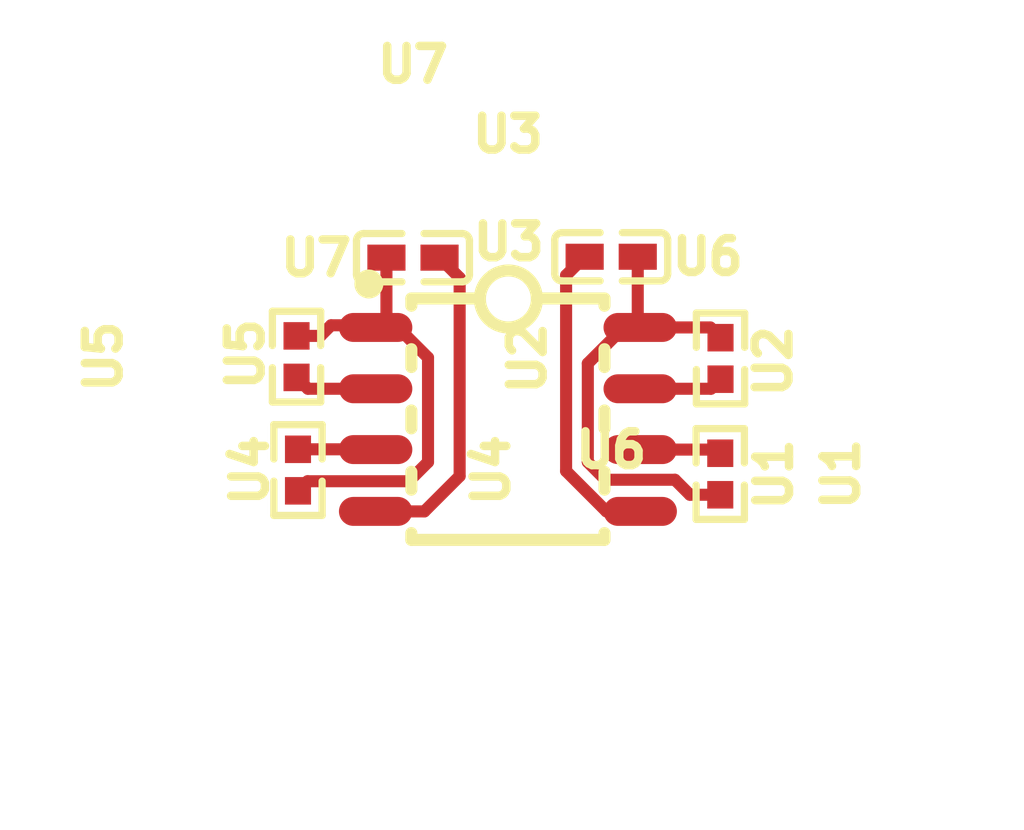
<source format=kicad_pcb>
(kicad_pcb (version 20240108) (generator "pcbnew") (generator_version "8.0")
  (layers (0 "F.Cu" signal) (31 "B.Cu" signal) (34 "B.Paste" user) (35 "F.Paste" user) (36 "B.SilkS" user "B.Silkscreen") (37 "F.SilkS" user "F.Silkscreen") (38 "B.Mask" user) (39 "F.Mask" user) (44 "Edge.Cuts" user))
  (net 0 "")
  (net 1 "line-3")
  (net 2 "line-1")
  (net 3 "hv")
  (net 4 "line")
  (net 5 "line-2")
  (net 6 "gnd")
  (net 7 "hv-1")
  (net 8 "gnd-1")
  (footprint "atopile:R0402-56259e" (layer "F.Cu") (at 153.903296 99.241883 90)
    (property "Reference" "U2" (at -0.05995 1.091531 -90) (layer "F.SilkS") (hide no) (effects (font (size 0.7 0.7) (thickness 0.2))))
    (property "Value" "10kΩ ±1% 62.5mW")
    (fp_line (start 0.94 -0.5) (end 0.23 -0.5) (stroke (width 0.15)) (layer "F.SilkS"))
    (fp_line (start -0.94 -0.5) (end -0.23 -0.5) (stroke (width 0.15)) (layer "F.SilkS"))
    (fp_line (start 0.94 0.5) (end 0.94 -0.5) (stroke (width 0.15)) (layer "F.SilkS"))
    (fp_line (start 0.23 0.5) (end 0.94 0.5) (stroke (width 0.15)) (layer "F.SilkS"))
    (fp_line (start -0.23 0.5) (end -0.94 0.5) (stroke (width 0.15)) (layer "F.SilkS"))
    (fp_line (start -0.94 0.5) (end -0.94 -0.5) (stroke (width 0.15)) (layer "F.SilkS"))
    (fp_text user "${REFERENCE}" (at 0 -4 90) (layer "F.SilkS") (effects (font (size 0.7 0.7) (thickness 0.2))))
    (pad "1" smd rect (at -0.43 0 90) (size 0.57 0.54) (layers "F.Cu" "F.Paste" "F.Mask") (net 1 "line-3"))
    (pad "2" smd rect (at 0.43 0 90) (size 0.57 0.54) (layers "F.Cu" "F.Paste" "F.Mask") (net 3 "hv"))
  )
  (footprint "lib:SOIC-8_L4.9-W3.9-P1.27-LS6.0-TL" (layer "F.Cu") (at 149.5 100.5 0)
    (property "Reference" "U3" (at 0.016417 -3.670307 0) (layer "F.SilkS") (hide no) (effects (font (size 0.7 0.7) (thickness 0.2))))
    (property "Value" "")
    (fp_line (start -2 -2.5) (end -2 -2.35) (stroke (width 0.25)) (layer "F.SilkS"))
    (fp_line (start -2 -1.45) (end -2 -1.08) (stroke (width 0.25)) (layer "F.SilkS"))
    (fp_line (start -2 -0.18) (end -2 0.19) (stroke (width 0.25)) (layer "F.SilkS"))
    (fp_line (start -2 1.09) (end -2 1.46) (stroke (width 0.25)) (layer "F.SilkS"))
    (fp_line (start -2 2.36) (end -2 2.5) (stroke (width 0.25)) (layer "F.SilkS"))
    (fp_line (start -0.58 -2.5) (end -2 -2.5) (stroke (width 0.25)) (layer "F.SilkS"))
    (fp_line (start 2 -2.5) (end 0.6 -2.5) (stroke (width 0.25)) (layer "F.SilkS"))
    (fp_line (start 2 -2.5) (end 2 -2.35) (stroke (width 0.25)) (layer "F.SilkS"))
    (fp_line (start 2 -1.45) (end 2 -1.08) (stroke (width 0.25)) (layer "F.SilkS"))
    (fp_line (start 2 -0.18) (end 2 0.19) (stroke (width 0.25)) (layer "F.SilkS"))
    (fp_line (start 2 1.09) (end 2 1.46) (stroke (width 0.25)) (layer "F.SilkS"))
    (fp_line (start 2 2.36) (end 2 2.5) (stroke (width 0.25)) (layer "F.SilkS"))
    (fp_line (start 2 2.5) (end -2 2.5) (stroke (width 0.25)) (layer "F.SilkS"))
    (fp_arc (start -0.57991 -2.500297) (mid 0.599977 -2.484851) (end -0.58 -2.49) (stroke (width 0.25)) (layer "F.SilkS"))
    (fp_circle (center -2.88 -2.8) (end -2.73 -2.8) (stroke (width 0.3)) (fill none) (layer "F.SilkS"))
    (fp_text user "${REFERENCE}" (at 0 -5.9 0) (layer "F.SilkS") (effects (font (size 0.7 0.7) (thickness 0.2))))
    (pad "1" smd oval (at -2.74 -1.9 90) (size 0.6 1.52) (layers "F.Cu" "F.Paste" "F.Mask") (net 7 "hv-1"))
    (pad "2" smd oval (at -2.74 -0.63 90) (size 0.6 1.52) (layers "F.Cu" "F.Paste" "F.Mask") (net 4 "line"))
    (pad "3" smd oval (at -2.74 0.63 90) (size 0.6 1.52) (layers "F.Cu" "F.Paste" "F.Mask") (net 2 "line-1"))
    (pad "4" smd oval (at -2.74 1.91 90) (size 0.6 1.52) (layers "F.Cu" "F.Paste" "F.Mask") (net 6 "gnd"))
    (pad "5" smd oval (at 2.74 1.91 90) (size 0.6 1.52) (layers "F.Cu" "F.Paste" "F.Mask") (net 8 "gnd-1"))
    (pad "6" smd oval (at 2.74 0.63 90) (size 0.6 1.52) (layers "F.Cu" "F.Paste" "F.Mask") (net 5 "line-2"))
    (pad "7" smd oval (at 2.74 -0.63 90) (size 0.6 1.52) (layers "F.Cu" "F.Paste" "F.Mask") (net 1 "line-3"))
    (pad "8" smd oval (at 2.74 -1.9 90) (size 0.6 1.52) (layers "F.Cu" "F.Paste" "F.Mask") (net 3 "hv"))
  )
  (footprint "atopile:C0402-b3ef17" (layer "F.Cu") (at 151.638976 97.135977 180)
    (property "Reference" "U6" (at -2 0 360) (layer "F.SilkS") (hide no) (effects (font (size 0.7 0.7) (thickness 0.2))))
    (property "Value" "100nF ±10% 16V X7R")
    (fp_line (start 1.17 0.35) (end 1.17 -0.35) (stroke (width 0.15)) (layer "F.SilkS"))
    (fp_line (start 1.02 -0.5) (end 0.23 -0.5) (stroke (width 0.15)) (layer "F.SilkS"))
    (fp_line (start 0.23 0.5) (end 1.02 0.5) (stroke (width 0.15)) (layer "F.SilkS"))
    (fp_line (start -0.23 0.5) (end -1.02 0.5) (stroke (width 0.15)) (layer "F.SilkS"))
    (fp_line (start -1.02 -0.5) (end -0.23 -0.5) (stroke (width 0.15)) (layer "F.SilkS"))
    (fp_line (start -1.17 0.35) (end -1.17 -0.35) (stroke (width 0.15)) (layer "F.SilkS"))
    (fp_arc (start 1.17 0.35) (mid 1.126066 0.456066) (end 1.02 0.5) (stroke (width 0.15)) (layer "F.SilkS"))
    (fp_arc (start 1.02 -0.5) (mid 1.126066 -0.456066) (end 1.17 -0.35) (stroke (width 0.15)) (layer "F.SilkS"))
    (fp_arc (start -1.02 0.5) (mid -1.126066 0.456066) (end -1.17 0.35) (stroke (width 0.15)) (layer "F.SilkS"))
    (fp_arc (start -1.17 -0.35) (mid -1.126066 -0.456066) (end -1.02 -0.5) (stroke (width 0.15)) (layer "F.SilkS"))
    (fp_text user "${REFERENCE}" (at 0 -4 360) (layer "F.SilkS") (effects (font (size 0.7 0.7) (thickness 0.2))))
    (pad "1" smd rect (at -0.55 0 180) (size 0.79 0.54) (layers "F.Cu" "F.Paste" "F.Mask") (net 3 "hv"))
    (pad "2" smd rect (at 0.55 0 180) (size 0.79 0.54) (layers "F.Cu" "F.Paste" "F.Mask") (net 8 "gnd-1"))
  )
  (footprint "atopile:C0402-b3ef17" (layer "F.Cu") (at 147.533448 97.154773 0)
    (property "Reference" "U7" (at -2.005192 0.008045 0) (layer "F.SilkS") (hide no) (effects (font (size 0.7 0.7) (thickness 0.2))))
    (property "Value" "100nF ±10% 16V X7R")
    (fp_line (start -1.17 0.35) (end -1.17 -0.35) (stroke (width 0.15)) (layer "F.SilkS"))
    (fp_line (start -1.02 -0.5) (end -0.23 -0.5) (stroke (width 0.15)) (layer "F.SilkS"))
    (fp_line (start -0.23 0.5) (end -1.02 0.5) (stroke (width 0.15)) (layer "F.SilkS"))
    (fp_line (start 0.23 0.5) (end 1.02 0.5) (stroke (width 0.15)) (layer "F.SilkS"))
    (fp_line (start 1.02 -0.5) (end 0.23 -0.5) (stroke (width 0.15)) (layer "F.SilkS"))
    (fp_line (start 1.17 0.35) (end 1.17 -0.35) (stroke (width 0.15)) (layer "F.SilkS"))
    (fp_arc (start -1.17 -0.35) (mid -1.126066 -0.456066) (end -1.02 -0.5) (stroke (width 0.15)) (layer "F.SilkS"))
    (fp_arc (start -1.02 0.5) (mid -1.126066 0.456066) (end -1.17 0.35) (stroke (width 0.15)) (layer "F.SilkS"))
    (fp_arc (start 1.02 -0.5) (mid 1.126066 -0.456066) (end 1.17 -0.35) (stroke (width 0.15)) (layer "F.SilkS"))
    (fp_arc (start 1.17 0.35) (mid 1.126066 0.456066) (end 1.02 0.5) (stroke (width 0.15)) (layer "F.SilkS"))
    (fp_text user "${REFERENCE}" (at 0 -4 0) (layer "F.SilkS") (effects (font (size 0.7 0.7) (thickness 0.2))))
    (pad "1" smd rect (at -0.55 0 0) (size 0.79 0.54) (layers "F.Cu" "F.Paste" "F.Mask") (net 7 "hv-1"))
    (pad "2" smd rect (at 0.55 0 0) (size 0.79 0.54) (layers "F.Cu" "F.Paste" "F.Mask") (net 6 "gnd"))
  )
  (footprint "atopile:R0402-56259e" (layer "F.Cu") (at 153.897862 101.635615 -90)
    (property "Reference" "U1" (at 0.00854 -1.109047 -90) (layer "F.SilkS") (hide no) (effects (font (size 0.7 0.7) (thickness 0.2))))
    (property "Value" "10kΩ ±1% 62.5mW")
    (fp_line (start -0.94 0.5) (end -0.94 -0.5) (stroke (width 0.15)) (layer "F.SilkS"))
    (fp_line (start -0.23 0.5) (end -0.94 0.5) (stroke (width 0.15)) (layer "F.SilkS"))
    (fp_line (start 0.23 0.5) (end 0.94 0.5) (stroke (width 0.15)) (layer "F.SilkS"))
    (fp_line (start 0.94 0.5) (end 0.94 -0.5) (stroke (width 0.15)) (layer "F.SilkS"))
    (fp_line (start -0.94 -0.5) (end -0.23 -0.5) (stroke (width 0.15)) (layer "F.SilkS"))
    (fp_line (start 0.94 -0.5) (end 0.23 -0.5) (stroke (width 0.15)) (layer "F.SilkS"))
    (fp_text user "${REFERENCE}" (at 0 -2.5 90) (layer "F.SilkS") (effects (font (size 0.7 0.7) (thickness 0.2))))
    (pad "1" smd rect (at -0.43 0 270) (size 0.57 0.54) (layers "F.Cu" "F.Paste" "F.Mask") (net 5 "line-2"))
    (pad "2" smd rect (at 0.43 0 270) (size 0.57 0.54) (layers "F.Cu" "F.Paste" "F.Mask") (net 3 "hv"))
  )
  (footprint "atopile:R0402-56259e" (layer "F.Cu") (at 145.121806 99.204894 90)
    (property "Reference" "U5" (at 0.051246 -1.059311 90) (layer "F.SilkS") (hide no) (effects (font (size 0.7 0.7) (thickness 0.2))))
    (property "Value" "10kΩ ±1% 62.5mW")
    (fp_line (start 0.94 -0.5) (end 0.23 -0.5) (stroke (width 0.15)) (layer "F.SilkS"))
    (fp_line (start -0.94 -0.5) (end -0.23 -0.5) (stroke (width 0.15)) (layer "F.SilkS"))
    (fp_line (start 0.94 0.5) (end 0.94 -0.5) (stroke (width 0.15)) (layer "F.SilkS"))
    (fp_line (start 0.23 0.5) (end 0.94 0.5) (stroke (width 0.15)) (layer "F.SilkS"))
    (fp_line (start -0.23 0.5) (end -0.94 0.5) (stroke (width 0.15)) (layer "F.SilkS"))
    (fp_line (start -0.94 0.5) (end -0.94 -0.5) (stroke (width 0.15)) (layer "F.SilkS"))
    (fp_text user "${REFERENCE}" (at 0 -4 90) (layer "F.SilkS") (effects (font (size 0.7 0.7) (thickness 0.2))))
    (pad "1" smd rect (at -0.43 0 90) (size 0.57 0.54) (layers "F.Cu" "F.Paste" "F.Mask") (net 4 "line"))
    (pad "2" smd rect (at 0.43 0 90) (size 0.57 0.54) (layers "F.Cu" "F.Paste" "F.Mask") (net 7 "hv-1"))
  )
  (footprint "atopile:R0402-56259e" (layer "F.Cu") (at 145.151891 101.553953 -90)
    (property "Reference" "U4" (at 0 1 90) (layer "F.SilkS") (hide no) (effects (font (size 0.7 0.7) (thickness 0.2))))
    (property "Value" "10kΩ ±1% 62.5mW")
    (fp_line (start -0.94 0.5) (end -0.94 -0.5) (stroke (width 0.15)) (layer "F.SilkS"))
    (fp_line (start -0.23 0.5) (end -0.94 0.5) (stroke (width 0.15)) (layer "F.SilkS"))
    (fp_line (start 0.23 0.5) (end 0.94 0.5) (stroke (width 0.15)) (layer "F.SilkS"))
    (fp_line (start 0.94 0.5) (end 0.94 -0.5) (stroke (width 0.15)) (layer "F.SilkS"))
    (fp_line (start -0.94 -0.5) (end -0.23 -0.5) (stroke (width 0.15)) (layer "F.SilkS"))
    (fp_line (start 0.94 -0.5) (end 0.23 -0.5) (stroke (width 0.15)) (layer "F.SilkS"))
    (fp_text user "${REFERENCE}" (at 0 -4 90) (layer "F.SilkS") (effects (font (size 0.7 0.7) (thickness 0.2))))
    (pad "1" smd rect (at -0.43 0 270) (size 0.57 0.54) (layers "F.Cu" "F.Paste" "F.Mask") (net 2 "line-1"))
    (pad "2" smd rect (at 0.43 0 270) (size 0.57 0.54) (layers "F.Cu" "F.Paste" "F.Mask") (net 7 "hv-1"))
  )
  (segment (start 152.24 99.87) (end 153.705179 99.87) (width 0.25) (layer "F.Cu") (net 1))
  (segment (start 153.705179 99.87) (end 153.903296 99.671883) (width 0.25) (layer "F.Cu") (net 1))
  (segment (start 145.151891 101.123953) (end 146.753953 101.123953) (width 0.25) (layer "F.Cu") (net 2))
  (segment (start 146.753953 101.123953) (end 146.76 101.13) (width 0.25) (layer "F.Cu") (net 2))
  (segment (start 153.691413 98.6) (end 152.24 98.6) (width 0.25) (layer "F.Cu") (net 3))
  (segment (start 153.897862 102.065615) (end 153.269498 102.065615) (width 0.25) (layer "F.Cu") (net 3))
  (segment (start 153.269498 102.065615) (end 152.958883 101.755) (width 0.25) (layer "F.Cu") (net 3))
  (segment (start 151.155 99.345) (end 151.9 98.6) (width 0.25) (layer "F.Cu") (net 3))
  (segment (start 151.155 101.388883) (end 151.155 99.345) (width 0.25) (layer "F.Cu") (net 3))
  (segment (start 152.188976 98.548976) (end 152.24 98.6) (width 0.25) (layer "F.Cu") (net 3))
  (segment (start 153.903296 98.811883) (end 153.691413 98.6) (width 0.25) (layer "F.Cu") (net 3))
  (segment (start 152.958883 101.755) (end 151.521117 101.755) (width 0.25) (layer "F.Cu") (net 3))
  (segment (start 152.188976 97.135977) (end 152.188976 98.548976) (width 0.25) (layer "F.Cu") (net 3))
  (segment (start 151.9 98.6) (end 152.24 98.6) (width 0.25) (layer "F.Cu") (net 3))
  (segment (start 151.521117 101.755) (end 151.155 101.388883) (width 0.25) (layer "F.Cu") (net 3))
  (segment (start 145.356912 99.87) (end 145.121806 99.634894) (width 0.25) (layer "F.Cu") (net 4))
  (segment (start 146.76 99.87) (end 145.356912 99.87) (width 0.25) (layer "F.Cu") (net 4))
  (segment (start 152.24 101.13) (end 153.822247 101.13) (width 0.25) (layer "F.Cu") (net 5))
  (segment (start 153.822247 101.13) (end 153.897862 101.205615) (width 0.25) (layer "F.Cu") (net 5))
  (segment (start 146.76 102.41) (end 147.77 102.41) (width 0.25) (layer "F.Cu") (net 6))
  (segment (start 148.5 97.571325) (end 148.083448 97.154773) (width 0.25) (layer "F.Cu") (net 6))
  (segment (start 148.5 101.68) (end 148.5 97.571325) (width 0.25) (layer "F.Cu") (net 6))
  (segment (start 147.77 102.41) (end 148.5 101.68) (width 0.25) (layer "F.Cu") (net 6))
  (segment (start 147.845 99.225) (end 147.22 98.6) (width 0.25) (layer "F.Cu") (net 7))
  (segment (start 146.983448 97.154773) (end 146.983448 98.376552) (width 0.25) (layer "F.Cu") (net 7))
  (segment (start 146.715082 98.555082) (end 146.76 98.6) (width 0.25) (layer "F.Cu") (net 7))
  (segment (start 145.617127 98.774894) (end 145.836939 98.555082) (width 0.25) (layer "F.Cu") (net 7))
  (segment (start 147.22 98.6) (end 146.76 98.6) (width 0.25) (layer "F.Cu") (net 7))
  (segment (start 146.983448 98.376552) (end 146.76 98.6) (width 0.25) (layer "F.Cu") (net 7))
  (segment (start 147.448883 101.785) (end 147.845 101.388883) (width 0.25) (layer "F.Cu") (net 7))
  (segment (start 145.836939 98.555082) (end 146.715082 98.555082) (width 0.25) (layer "F.Cu") (net 7))
  (segment (start 147.845 101.388883) (end 147.845 99.225) (width 0.25) (layer "F.Cu") (net 7))
  (segment (start 145.350844 101.785) (end 147.448883 101.785) (width 0.25) (layer "F.Cu") (net 7))
  (segment (start 145.151891 101.983953) (end 145.350844 101.785) (width 0.25) (layer "F.Cu") (net 7))
  (segment (start 145.121806 98.774894) (end 145.617127 98.774894) (width 0.25) (layer "F.Cu") (net 7))
  (segment (start 151.539721 102.41) (end 152.24 102.41) (width 0.25) (layer "F.Cu") (net 8))
  (segment (start 150.705 101.575279) (end 151.539721 102.41) (width 0.25) (layer "F.Cu") (net 8))
  (segment (start 151.088976 97.135977) (end 150.705 97.519953) (width 0.25) (layer "F.Cu") (net 8))
  (segment (start 150.705 97.519953) (end 150.705 101.575279) (width 0.25) (layer "F.Cu") (net 8))
)
</source>
